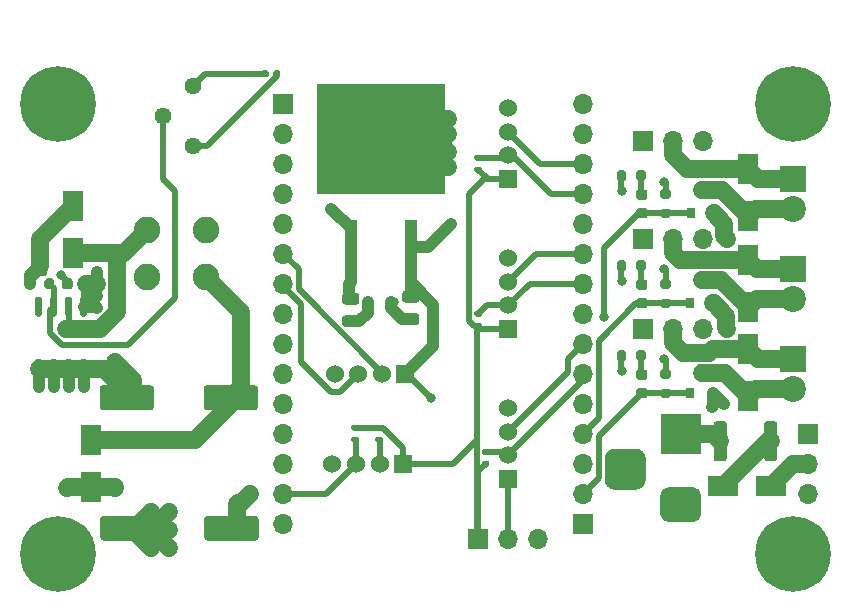
<source format=gbr>
%TF.GenerationSoftware,KiCad,Pcbnew,5.1.10-88a1d61d58~88~ubuntu20.04.1*%
%TF.CreationDate,2021-05-09T16:45:47+02:00*%
%TF.ProjectId,Control_board,436f6e74-726f-46c5-9f62-6f6172642e6b,rev?*%
%TF.SameCoordinates,Original*%
%TF.FileFunction,Copper,L1,Top*%
%TF.FilePolarity,Positive*%
%FSLAX46Y46*%
G04 Gerber Fmt 4.6, Leading zero omitted, Abs format (unit mm)*
G04 Created by KiCad (PCBNEW 5.1.10-88a1d61d58~88~ubuntu20.04.1) date 2021-05-09 16:45:47*
%MOMM*%
%LPD*%
G01*
G04 APERTURE LIST*
%TA.AperFunction,ComponentPad*%
%ADD10C,1.524000*%
%TD*%
%TA.AperFunction,ComponentPad*%
%ADD11R,1.524000X1.524000*%
%TD*%
%TA.AperFunction,ComponentPad*%
%ADD12C,1.440000*%
%TD*%
%TA.AperFunction,SMDPad,CuDef*%
%ADD13R,1.800000X2.500000*%
%TD*%
%TA.AperFunction,SMDPad,CuDef*%
%ADD14R,2.500000X1.800000*%
%TD*%
%TA.AperFunction,ComponentPad*%
%ADD15C,6.400000*%
%TD*%
%TA.AperFunction,ComponentPad*%
%ADD16C,0.800000*%
%TD*%
%TA.AperFunction,ComponentPad*%
%ADD17R,3.500000X3.500000*%
%TD*%
%TA.AperFunction,ComponentPad*%
%ADD18R,2.200000X2.200000*%
%TD*%
%TA.AperFunction,ComponentPad*%
%ADD19C,2.200000*%
%TD*%
%TA.AperFunction,ComponentPad*%
%ADD20O,1.700000X1.700000*%
%TD*%
%TA.AperFunction,ComponentPad*%
%ADD21R,1.700000X1.700000*%
%TD*%
%TA.AperFunction,SMDPad,CuDef*%
%ADD22R,0.800000X0.900000*%
%TD*%
%TA.AperFunction,SMDPad,CuDef*%
%ADD23R,1.100000X4.600000*%
%TD*%
%TA.AperFunction,SMDPad,CuDef*%
%ADD24R,10.800000X9.400000*%
%TD*%
%TA.AperFunction,ComponentPad*%
%ADD25C,2.250000*%
%TD*%
%TA.AperFunction,ViaPad*%
%ADD26C,0.800000*%
%TD*%
%TA.AperFunction,Conductor*%
%ADD27C,1.500000*%
%TD*%
%TA.AperFunction,Conductor*%
%ADD28C,1.000000*%
%TD*%
%TA.AperFunction,Conductor*%
%ADD29C,0.500000*%
%TD*%
%TA.AperFunction,Conductor*%
%ADD30C,0.250000*%
%TD*%
G04 APERTURE END LIST*
D10*
%TO.P,J1,4*%
%TO.N,GND*%
X169450000Y-76200000D03*
%TO.P,J1,3*%
%TO.N,CONN1_B*%
X171450000Y-76200000D03*
%TO.P,J1,2*%
%TO.N,CONN1_A*%
X173450000Y-76200000D03*
D11*
%TO.P,J1,1*%
%TO.N,+5V*%
X175450000Y-76200000D03*
%TD*%
D12*
%TO.P,RV1,3*%
%TO.N,GND*%
X157480000Y-56896000D03*
%TO.P,RV1,2*%
%TO.N,BUCK_FB*%
X154940000Y-54356000D03*
%TO.P,RV1,1*%
%TO.N,+12V*%
X157480000Y-51816000D03*
%TD*%
%TO.P,R3,1*%
%TO.N,GPIO34*%
%TA.AperFunction,SMDPad,CuDef*%
G36*
G01*
X197760000Y-70631000D02*
X197210000Y-70631000D01*
G75*
G02*
X197010000Y-70431000I0J200000D01*
G01*
X197010000Y-70031000D01*
G75*
G02*
X197210000Y-69831000I200000J0D01*
G01*
X197760000Y-69831000D01*
G75*
G02*
X197960000Y-70031000I0J-200000D01*
G01*
X197960000Y-70431000D01*
G75*
G02*
X197760000Y-70631000I-200000J0D01*
G01*
G37*
%TD.AperFunction*%
%TO.P,R3,2*%
%TO.N,GND*%
%TA.AperFunction,SMDPad,CuDef*%
G36*
G01*
X197760000Y-68981000D02*
X197210000Y-68981000D01*
G75*
G02*
X197010000Y-68781000I0J200000D01*
G01*
X197010000Y-68381000D01*
G75*
G02*
X197210000Y-68181000I200000J0D01*
G01*
X197760000Y-68181000D01*
G75*
G02*
X197960000Y-68381000I0J-200000D01*
G01*
X197960000Y-68781000D01*
G75*
G02*
X197760000Y-68981000I-200000J0D01*
G01*
G37*
%TD.AperFunction*%
%TD*%
%TO.P,C1,2*%
%TO.N,GND*%
%TA.AperFunction,SMDPad,CuDef*%
G36*
G01*
X158418500Y-90081001D02*
X158418500Y-88480999D01*
G75*
G02*
X158668499Y-88231000I249999J0D01*
G01*
X162768501Y-88231000D01*
G75*
G02*
X163018500Y-88480999I0J-249999D01*
G01*
X163018500Y-90081001D01*
G75*
G02*
X162768501Y-90331000I-249999J0D01*
G01*
X158668499Y-90331000D01*
G75*
G02*
X158418500Y-90081001I0J249999D01*
G01*
G37*
%TD.AperFunction*%
%TO.P,C1,1*%
%TO.N,+24V*%
%TA.AperFunction,SMDPad,CuDef*%
G36*
G01*
X149618500Y-90081001D02*
X149618500Y-88480999D01*
G75*
G02*
X149868499Y-88231000I249999J0D01*
G01*
X153968501Y-88231000D01*
G75*
G02*
X154218500Y-88480999I0J-249999D01*
G01*
X154218500Y-90081001D01*
G75*
G02*
X153968501Y-90331000I-249999J0D01*
G01*
X149868499Y-90331000D01*
G75*
G02*
X149618500Y-90081001I0J249999D01*
G01*
G37*
%TD.AperFunction*%
%TD*%
%TO.P,C2,1*%
%TO.N,+24V*%
%TA.AperFunction,SMDPad,CuDef*%
G36*
G01*
X148812000Y-68330000D02*
X148812000Y-68830000D01*
G75*
G02*
X148587000Y-69055000I-225000J0D01*
G01*
X148137000Y-69055000D01*
G75*
G02*
X147912000Y-68830000I0J225000D01*
G01*
X147912000Y-68330000D01*
G75*
G02*
X148137000Y-68105000I225000J0D01*
G01*
X148587000Y-68105000D01*
G75*
G02*
X148812000Y-68330000I0J-225000D01*
G01*
G37*
%TD.AperFunction*%
%TO.P,C2,2*%
%TO.N,GND*%
%TA.AperFunction,SMDPad,CuDef*%
G36*
G01*
X147262000Y-68330000D02*
X147262000Y-68830000D01*
G75*
G02*
X147037000Y-69055000I-225000J0D01*
G01*
X146587000Y-69055000D01*
G75*
G02*
X146362000Y-68830000I0J225000D01*
G01*
X146362000Y-68330000D01*
G75*
G02*
X146587000Y-68105000I225000J0D01*
G01*
X147037000Y-68105000D01*
G75*
G02*
X147262000Y-68330000I0J-225000D01*
G01*
G37*
%TD.AperFunction*%
%TD*%
%TO.P,C3,1*%
%TO.N,Net-(C3-Pad1)*%
%TA.AperFunction,SMDPad,CuDef*%
G36*
G01*
X162955000Y-77431999D02*
X162955000Y-79032001D01*
G75*
G02*
X162705001Y-79282000I-249999J0D01*
G01*
X158604999Y-79282000D01*
G75*
G02*
X158355000Y-79032001I0J249999D01*
G01*
X158355000Y-77431999D01*
G75*
G02*
X158604999Y-77182000I249999J0D01*
G01*
X162705001Y-77182000D01*
G75*
G02*
X162955000Y-77431999I0J-249999D01*
G01*
G37*
%TD.AperFunction*%
%TO.P,C3,2*%
%TO.N,GND*%
%TA.AperFunction,SMDPad,CuDef*%
G36*
G01*
X154155000Y-77431999D02*
X154155000Y-79032001D01*
G75*
G02*
X153905001Y-79282000I-249999J0D01*
G01*
X149804999Y-79282000D01*
G75*
G02*
X149555000Y-79032001I0J249999D01*
G01*
X149555000Y-77431999D01*
G75*
G02*
X149804999Y-77182000I249999J0D01*
G01*
X153905001Y-77182000D01*
G75*
G02*
X154155000Y-77431999I0J-249999D01*
G01*
G37*
%TD.AperFunction*%
%TD*%
%TO.P,C4,1*%
%TO.N,+12V*%
%TA.AperFunction,SMDPad,CuDef*%
G36*
G01*
X170340000Y-69350000D02*
X171290000Y-69350000D01*
G75*
G02*
X171540000Y-69600000I0J-250000D01*
G01*
X171540000Y-70100000D01*
G75*
G02*
X171290000Y-70350000I-250000J0D01*
G01*
X170340000Y-70350000D01*
G75*
G02*
X170090000Y-70100000I0J250000D01*
G01*
X170090000Y-69600000D01*
G75*
G02*
X170340000Y-69350000I250000J0D01*
G01*
G37*
%TD.AperFunction*%
%TO.P,C4,2*%
%TO.N,GND*%
%TA.AperFunction,SMDPad,CuDef*%
G36*
G01*
X170340000Y-71250000D02*
X171290000Y-71250000D01*
G75*
G02*
X171540000Y-71500000I0J-250000D01*
G01*
X171540000Y-72000000D01*
G75*
G02*
X171290000Y-72250000I-250000J0D01*
G01*
X170340000Y-72250000D01*
G75*
G02*
X170090000Y-72000000I0J250000D01*
G01*
X170090000Y-71500000D01*
G75*
G02*
X170340000Y-71250000I250000J0D01*
G01*
G37*
%TD.AperFunction*%
%TD*%
D13*
%TO.P,D1,2*%
%TO.N,GND*%
X147320000Y-61976000D03*
%TO.P,D1,1*%
%TO.N,BUCK_OUT*%
X147320000Y-65976000D03*
%TD*%
%TO.P,D2,2*%
%TO.N,Net-(C3-Pad1)*%
X148844000Y-81820000D03*
%TO.P,D2,1*%
%TO.N,+12V*%
X148844000Y-85820000D03*
%TD*%
%TO.P,D3,2*%
%TO.N,GPIO34*%
%TA.AperFunction,SMDPad,CuDef*%
G36*
G01*
X195196750Y-69793500D02*
X195709250Y-69793500D01*
G75*
G02*
X195928000Y-70012250I0J-218750D01*
G01*
X195928000Y-70449750D01*
G75*
G02*
X195709250Y-70668500I-218750J0D01*
G01*
X195196750Y-70668500D01*
G75*
G02*
X194978000Y-70449750I0J218750D01*
G01*
X194978000Y-70012250D01*
G75*
G02*
X195196750Y-69793500I218750J0D01*
G01*
G37*
%TD.AperFunction*%
%TO.P,D3,1*%
%TO.N,Net-(D3-Pad1)*%
%TA.AperFunction,SMDPad,CuDef*%
G36*
G01*
X195196750Y-68218500D02*
X195709250Y-68218500D01*
G75*
G02*
X195928000Y-68437250I0J-218750D01*
G01*
X195928000Y-68874750D01*
G75*
G02*
X195709250Y-69093500I-218750J0D01*
G01*
X195196750Y-69093500D01*
G75*
G02*
X194978000Y-68874750I0J218750D01*
G01*
X194978000Y-68437250D01*
G75*
G02*
X195196750Y-68218500I218750J0D01*
G01*
G37*
%TD.AperFunction*%
%TD*%
%TO.P,D4,2*%
%TO.N,LOAD2_NEG*%
X204470000Y-70580000D03*
%TO.P,D4,1*%
%TO.N,LOAD2_POS*%
X204470000Y-66580000D03*
%TD*%
%TO.P,D5,1*%
%TO.N,Net-(D5-Pad1)*%
%TA.AperFunction,SMDPad,CuDef*%
G36*
G01*
X195196750Y-60598500D02*
X195709250Y-60598500D01*
G75*
G02*
X195928000Y-60817250I0J-218750D01*
G01*
X195928000Y-61254750D01*
G75*
G02*
X195709250Y-61473500I-218750J0D01*
G01*
X195196750Y-61473500D01*
G75*
G02*
X194978000Y-61254750I0J218750D01*
G01*
X194978000Y-60817250D01*
G75*
G02*
X195196750Y-60598500I218750J0D01*
G01*
G37*
%TD.AperFunction*%
%TO.P,D5,2*%
%TO.N,GPIO35*%
%TA.AperFunction,SMDPad,CuDef*%
G36*
G01*
X195196750Y-62173500D02*
X195709250Y-62173500D01*
G75*
G02*
X195928000Y-62392250I0J-218750D01*
G01*
X195928000Y-62829750D01*
G75*
G02*
X195709250Y-63048500I-218750J0D01*
G01*
X195196750Y-63048500D01*
G75*
G02*
X194978000Y-62829750I0J218750D01*
G01*
X194978000Y-62392250D01*
G75*
G02*
X195196750Y-62173500I218750J0D01*
G01*
G37*
%TD.AperFunction*%
%TD*%
%TO.P,D6,1*%
%TO.N,LOAD1_POS*%
X204470000Y-58865000D03*
%TO.P,D6,2*%
%TO.N,LOAD1_NEG*%
X204470000Y-62865000D03*
%TD*%
%TO.P,D7,1*%
%TO.N,Net-(D7-Pad1)*%
%TA.AperFunction,SMDPad,CuDef*%
G36*
G01*
X195196750Y-75838500D02*
X195709250Y-75838500D01*
G75*
G02*
X195928000Y-76057250I0J-218750D01*
G01*
X195928000Y-76494750D01*
G75*
G02*
X195709250Y-76713500I-218750J0D01*
G01*
X195196750Y-76713500D01*
G75*
G02*
X194978000Y-76494750I0J218750D01*
G01*
X194978000Y-76057250D01*
G75*
G02*
X195196750Y-75838500I218750J0D01*
G01*
G37*
%TD.AperFunction*%
%TO.P,D7,2*%
%TO.N,GPIO36*%
%TA.AperFunction,SMDPad,CuDef*%
G36*
G01*
X195196750Y-77413500D02*
X195709250Y-77413500D01*
G75*
G02*
X195928000Y-77632250I0J-218750D01*
G01*
X195928000Y-78069750D01*
G75*
G02*
X195709250Y-78288500I-218750J0D01*
G01*
X195196750Y-78288500D01*
G75*
G02*
X194978000Y-78069750I0J218750D01*
G01*
X194978000Y-77632250D01*
G75*
G02*
X195196750Y-77413500I218750J0D01*
G01*
G37*
%TD.AperFunction*%
%TD*%
%TO.P,D8,1*%
%TO.N,LOAD3_POS*%
X204470000Y-74105000D03*
%TO.P,D8,2*%
%TO.N,LOAD3_NEG*%
X204470000Y-78105000D03*
%TD*%
D14*
%TO.P,D9,1*%
%TO.N,Net-(D9-Pad1)*%
X206375000Y-85725000D03*
%TO.P,D9,2*%
%TO.N,Net-(D9-Pad2)*%
X202375000Y-85725000D03*
%TD*%
%TO.P,F1,1*%
%TO.N,Net-(D9-Pad2)*%
%TA.AperFunction,SMDPad,CuDef*%
G36*
G01*
X206937500Y-80464998D02*
X206937500Y-83365002D01*
G75*
G02*
X206687502Y-83615000I-249998J0D01*
G01*
X206062498Y-83615000D01*
G75*
G02*
X205812500Y-83365002I0J249998D01*
G01*
X205812500Y-80464998D01*
G75*
G02*
X206062498Y-80215000I249998J0D01*
G01*
X206687502Y-80215000D01*
G75*
G02*
X206937500Y-80464998I0J-249998D01*
G01*
G37*
%TD.AperFunction*%
%TO.P,F1,2*%
%TO.N,Net-(F1-Pad2)*%
%TA.AperFunction,SMDPad,CuDef*%
G36*
G01*
X202662500Y-80464998D02*
X202662500Y-83365002D01*
G75*
G02*
X202412502Y-83615000I-249998J0D01*
G01*
X201787498Y-83615000D01*
G75*
G02*
X201537500Y-83365002I0J249998D01*
G01*
X201537500Y-80464998D01*
G75*
G02*
X201787498Y-80215000I249998J0D01*
G01*
X202412502Y-80215000D01*
G75*
G02*
X202662500Y-80464998I0J-249998D01*
G01*
G37*
%TD.AperFunction*%
%TD*%
D15*
%TO.P,H1,1*%
%TO.N,GND*%
X208280000Y-91440000D03*
D16*
X210680000Y-91440000D03*
X209977056Y-93137056D03*
X208280000Y-93840000D03*
X206582944Y-93137056D03*
X205880000Y-91440000D03*
X206582944Y-89742944D03*
X208280000Y-89040000D03*
X209977056Y-89742944D03*
%TD*%
%TO.P,H2,1*%
%TO.N,GND*%
X209977056Y-51642944D03*
X208280000Y-50940000D03*
X206582944Y-51642944D03*
X205880000Y-53340000D03*
X206582944Y-55037056D03*
X208280000Y-55740000D03*
X209977056Y-55037056D03*
X210680000Y-53340000D03*
D15*
X208280000Y-53340000D03*
%TD*%
%TO.P,H3,1*%
%TO.N,GND*%
X146050000Y-53340000D03*
D16*
X148450000Y-53340000D03*
X147747056Y-55037056D03*
X146050000Y-55740000D03*
X144352944Y-55037056D03*
X143650000Y-53340000D03*
X144352944Y-51642944D03*
X146050000Y-50940000D03*
X147747056Y-51642944D03*
%TD*%
%TO.P,H4,1*%
%TO.N,GND*%
X147747056Y-89742944D03*
X146050000Y-89040000D03*
X144352944Y-89742944D03*
X143650000Y-91440000D03*
X144352944Y-93137056D03*
X146050000Y-93840000D03*
X147747056Y-93137056D03*
X148450000Y-91440000D03*
D15*
X146050000Y-91440000D03*
%TD*%
D11*
%TO.P,J2,1*%
%TO.N,+3V3*%
X184150000Y-59690000D03*
D10*
%TO.P,J2,2*%
%TO.N,CONN2_A*%
X184150000Y-57690000D03*
%TO.P,J2,3*%
%TO.N,CONN2_B*%
X184150000Y-55690000D03*
%TO.P,J2,4*%
%TO.N,GND*%
X184150000Y-53690000D03*
%TD*%
D11*
%TO.P,J3,1*%
%TO.N,+3V3*%
X184150000Y-72390000D03*
D10*
%TO.P,J3,2*%
%TO.N,CONN3_A*%
X184150000Y-70390000D03*
%TO.P,J3,3*%
%TO.N,CONN3_B*%
X184150000Y-68390000D03*
%TO.P,J3,4*%
%TO.N,GND*%
X184150000Y-66390000D03*
%TD*%
%TO.P,J4,4*%
%TO.N,GND*%
X184150000Y-79090000D03*
%TO.P,J4,3*%
%TO.N,CONN4_B*%
X184150000Y-81090000D03*
%TO.P,J4,2*%
%TO.N,CONN4_A*%
X184150000Y-83090000D03*
D11*
%TO.P,J4,1*%
%TO.N,Net-(J4-Pad1)*%
X184150000Y-85090000D03*
%TD*%
%TO.P,J5,1*%
%TO.N,+3V3*%
X175260000Y-83820000D03*
D10*
%TO.P,J5,2*%
%TO.N,GPIO21*%
X173260000Y-83820000D03*
%TO.P,J5,3*%
%TO.N,GPIO22*%
X171260000Y-83820000D03*
%TO.P,J5,4*%
%TO.N,GND*%
X169260000Y-83820000D03*
%TD*%
D17*
%TO.P,J6,1*%
%TO.N,Net-(F1-Pad2)*%
X198755000Y-81280000D03*
%TO.P,J6,2*%
%TO.N,GND*%
%TA.AperFunction,ComponentPad*%
G36*
G01*
X199755000Y-88780000D02*
X197755000Y-88780000D01*
G75*
G02*
X197005000Y-88030000I0J750000D01*
G01*
X197005000Y-86530000D01*
G75*
G02*
X197755000Y-85780000I750000J0D01*
G01*
X199755000Y-85780000D01*
G75*
G02*
X200505000Y-86530000I0J-750000D01*
G01*
X200505000Y-88030000D01*
G75*
G02*
X199755000Y-88780000I-750000J0D01*
G01*
G37*
%TD.AperFunction*%
%TO.P,J6,3*%
%TO.N,N/C*%
%TA.AperFunction,ComponentPad*%
G36*
G01*
X194930000Y-86030000D02*
X193180000Y-86030000D01*
G75*
G02*
X192305000Y-85155000I0J875000D01*
G01*
X192305000Y-83405000D01*
G75*
G02*
X193180000Y-82530000I875000J0D01*
G01*
X194930000Y-82530000D01*
G75*
G02*
X195805000Y-83405000I0J-875000D01*
G01*
X195805000Y-85155000D01*
G75*
G02*
X194930000Y-86030000I-875000J0D01*
G01*
G37*
%TD.AperFunction*%
%TD*%
D18*
%TO.P,J7,1*%
%TO.N,LOAD2_POS*%
X208280000Y-67310000D03*
D19*
%TO.P,J7,2*%
%TO.N,LOAD2_NEG*%
X208280000Y-69850000D03*
%TD*%
%TO.P,J8,2*%
%TO.N,LOAD1_NEG*%
X208280000Y-62230000D03*
D18*
%TO.P,J8,1*%
%TO.N,LOAD1_POS*%
X208280000Y-59690000D03*
%TD*%
%TO.P,J9,1*%
%TO.N,LOAD3_POS*%
X208280000Y-74930000D03*
D19*
%TO.P,J9,2*%
%TO.N,LOAD3_NEG*%
X208280000Y-77470000D03*
%TD*%
D20*
%TO.P,J10,15*%
%TO.N,+5V*%
X190500000Y-53340000D03*
%TO.P,J10,14*%
%TO.N,GND*%
X190500000Y-55880000D03*
%TO.P,J10,13*%
%TO.N,CONN2_B*%
X190500000Y-58420000D03*
%TO.P,J10,12*%
%TO.N,CONN2_A*%
X190500000Y-60960000D03*
%TO.P,J10,11*%
%TO.N,GPIO14*%
X190500000Y-63500000D03*
%TO.P,J10,10*%
%TO.N,CONN3_B*%
X190500000Y-66040000D03*
%TO.P,J10,9*%
%TO.N,CONN3_A*%
X190500000Y-68580000D03*
%TO.P,J10,8*%
%TO.N,GPIO25*%
X190500000Y-71120000D03*
%TO.P,J10,7*%
%TO.N,CONN4_B*%
X190500000Y-73660000D03*
%TO.P,J10,6*%
%TO.N,CONN4_A*%
X190500000Y-76200000D03*
%TO.P,J10,5*%
%TO.N,GPIO35*%
X190500000Y-78740000D03*
%TO.P,J10,4*%
%TO.N,GPIO34*%
X190500000Y-81280000D03*
%TO.P,J10,3*%
%TO.N,GPIO39*%
X190500000Y-83820000D03*
%TO.P,J10,2*%
%TO.N,GPIO36*%
X190500000Y-86360000D03*
D21*
%TO.P,J10,1*%
%TO.N,EN*%
X190500000Y-88900000D03*
%TD*%
%TO.P,J11,1*%
%TO.N,+3V3*%
X165100000Y-53340000D03*
D20*
%TO.P,J11,2*%
%TO.N,GND*%
X165100000Y-55880000D03*
%TO.P,J11,3*%
%TO.N,GPIO15*%
X165100000Y-58420000D03*
%TO.P,J11,4*%
%TO.N,GPIO2*%
X165100000Y-60960000D03*
%TO.P,J11,5*%
%TO.N,GPIO4*%
X165100000Y-63500000D03*
%TO.P,J11,6*%
%TO.N,CONN1_A*%
X165100000Y-66040000D03*
%TO.P,J11,7*%
%TO.N,CONN1_B*%
X165100000Y-68580000D03*
%TO.P,J11,8*%
%TO.N,GPIO5*%
X165100000Y-71120000D03*
%TO.P,J11,9*%
%TO.N,GPIO18*%
X165100000Y-73660000D03*
%TO.P,J11,10*%
%TO.N,GPIO19*%
X165100000Y-76200000D03*
%TO.P,J11,11*%
%TO.N,GPIO21*%
X165100000Y-78740000D03*
%TO.P,J11,12*%
%TO.N,GPIO3*%
X165100000Y-81280000D03*
%TO.P,J11,13*%
%TO.N,GPIO1*%
X165100000Y-83820000D03*
%TO.P,J11,14*%
%TO.N,GPIO22*%
X165100000Y-86360000D03*
%TO.P,J11,15*%
%TO.N,GPIO23*%
X165100000Y-88900000D03*
%TD*%
D21*
%TO.P,JP1,1*%
%TO.N,+24V*%
X195580000Y-64770000D03*
D20*
%TO.P,JP1,2*%
%TO.N,LOAD2_POS*%
X198120000Y-64770000D03*
%TO.P,JP1,3*%
%TO.N,+12V*%
X200660000Y-64770000D03*
%TD*%
%TO.P,JP2,3*%
%TO.N,+12V*%
X200660000Y-56515000D03*
%TO.P,JP2,2*%
%TO.N,LOAD1_POS*%
X198120000Y-56515000D03*
D21*
%TO.P,JP2,1*%
%TO.N,+24V*%
X195580000Y-56515000D03*
%TD*%
%TO.P,JP3,1*%
%TO.N,+24V*%
X195580000Y-72390000D03*
D20*
%TO.P,JP3,2*%
%TO.N,LOAD3_POS*%
X198120000Y-72390000D03*
%TO.P,JP3,3*%
%TO.N,+12V*%
X200660000Y-72390000D03*
%TD*%
D21*
%TO.P,JP4,1*%
%TO.N,+3V3*%
X181610000Y-90170000D03*
D20*
%TO.P,JP4,2*%
%TO.N,Net-(J4-Pad1)*%
X184150000Y-90170000D03*
%TO.P,JP4,3*%
%TO.N,+5V*%
X186690000Y-90170000D03*
%TD*%
%TO.P,JP5,3*%
%TO.N,+12V*%
X209550000Y-86360000D03*
%TO.P,JP5,2*%
%TO.N,Net-(D9-Pad1)*%
X209550000Y-83820000D03*
D21*
%TO.P,JP5,1*%
%TO.N,+24V*%
X209550000Y-81280000D03*
%TD*%
D22*
%TO.P,Q1,3*%
%TO.N,LOAD2_NEG*%
X200533000Y-68215000D03*
%TO.P,Q1,2*%
%TO.N,GND*%
X201483000Y-70215000D03*
%TO.P,Q1,1*%
%TO.N,GPIO34*%
X199583000Y-70215000D03*
%TD*%
%TO.P,Q2,1*%
%TO.N,GPIO35*%
X199649000Y-62611000D03*
%TO.P,Q2,2*%
%TO.N,GND*%
X201549000Y-62611000D03*
%TO.P,Q2,3*%
%TO.N,LOAD1_NEG*%
X200599000Y-60611000D03*
%TD*%
%TO.P,Q3,1*%
%TO.N,GPIO36*%
X199583000Y-77819000D03*
%TO.P,Q3,2*%
%TO.N,GND*%
X201483000Y-77819000D03*
%TO.P,Q3,3*%
%TO.N,LOAD3_NEG*%
X200533000Y-75819000D03*
%TD*%
%TO.P,R1,1*%
%TO.N,BUCK_FB*%
%TA.AperFunction,SMDPad,CuDef*%
G36*
G01*
X145688000Y-68305000D02*
X145688000Y-68855000D01*
G75*
G02*
X145488000Y-69055000I-200000J0D01*
G01*
X145088000Y-69055000D01*
G75*
G02*
X144888000Y-68855000I0J200000D01*
G01*
X144888000Y-68305000D01*
G75*
G02*
X145088000Y-68105000I200000J0D01*
G01*
X145488000Y-68105000D01*
G75*
G02*
X145688000Y-68305000I0J-200000D01*
G01*
G37*
%TD.AperFunction*%
%TO.P,R1,2*%
%TO.N,GND*%
%TA.AperFunction,SMDPad,CuDef*%
G36*
G01*
X144038000Y-68305000D02*
X144038000Y-68855000D01*
G75*
G02*
X143838000Y-69055000I-200000J0D01*
G01*
X143438000Y-69055000D01*
G75*
G02*
X143238000Y-68855000I0J200000D01*
G01*
X143238000Y-68305000D01*
G75*
G02*
X143438000Y-68105000I200000J0D01*
G01*
X143838000Y-68105000D01*
G75*
G02*
X144038000Y-68305000I0J-200000D01*
G01*
G37*
%TD.AperFunction*%
%TD*%
%TO.P,R2,1*%
%TO.N,Net-(D3-Pad1)*%
%TA.AperFunction,SMDPad,CuDef*%
G36*
G01*
X195789000Y-66781000D02*
X195789000Y-67331000D01*
G75*
G02*
X195589000Y-67531000I-200000J0D01*
G01*
X195189000Y-67531000D01*
G75*
G02*
X194989000Y-67331000I0J200000D01*
G01*
X194989000Y-66781000D01*
G75*
G02*
X195189000Y-66581000I200000J0D01*
G01*
X195589000Y-66581000D01*
G75*
G02*
X195789000Y-66781000I0J-200000D01*
G01*
G37*
%TD.AperFunction*%
%TO.P,R2,2*%
%TO.N,GND*%
%TA.AperFunction,SMDPad,CuDef*%
G36*
G01*
X194139000Y-66781000D02*
X194139000Y-67331000D01*
G75*
G02*
X193939000Y-67531000I-200000J0D01*
G01*
X193539000Y-67531000D01*
G75*
G02*
X193339000Y-67331000I0J200000D01*
G01*
X193339000Y-66781000D01*
G75*
G02*
X193539000Y-66581000I200000J0D01*
G01*
X193939000Y-66581000D01*
G75*
G02*
X194139000Y-66781000I0J-200000D01*
G01*
G37*
%TD.AperFunction*%
%TD*%
%TO.P,R4,2*%
%TO.N,GND*%
%TA.AperFunction,SMDPad,CuDef*%
G36*
G01*
X194139000Y-59161000D02*
X194139000Y-59711000D01*
G75*
G02*
X193939000Y-59911000I-200000J0D01*
G01*
X193539000Y-59911000D01*
G75*
G02*
X193339000Y-59711000I0J200000D01*
G01*
X193339000Y-59161000D01*
G75*
G02*
X193539000Y-58961000I200000J0D01*
G01*
X193939000Y-58961000D01*
G75*
G02*
X194139000Y-59161000I0J-200000D01*
G01*
G37*
%TD.AperFunction*%
%TO.P,R4,1*%
%TO.N,Net-(D5-Pad1)*%
%TA.AperFunction,SMDPad,CuDef*%
G36*
G01*
X195789000Y-59161000D02*
X195789000Y-59711000D01*
G75*
G02*
X195589000Y-59911000I-200000J0D01*
G01*
X195189000Y-59911000D01*
G75*
G02*
X194989000Y-59711000I0J200000D01*
G01*
X194989000Y-59161000D01*
G75*
G02*
X195189000Y-58961000I200000J0D01*
G01*
X195589000Y-58961000D01*
G75*
G02*
X195789000Y-59161000I0J-200000D01*
G01*
G37*
%TD.AperFunction*%
%TD*%
%TO.P,R5,1*%
%TO.N,GPIO35*%
%TA.AperFunction,SMDPad,CuDef*%
G36*
G01*
X197760000Y-63011000D02*
X197210000Y-63011000D01*
G75*
G02*
X197010000Y-62811000I0J200000D01*
G01*
X197010000Y-62411000D01*
G75*
G02*
X197210000Y-62211000I200000J0D01*
G01*
X197760000Y-62211000D01*
G75*
G02*
X197960000Y-62411000I0J-200000D01*
G01*
X197960000Y-62811000D01*
G75*
G02*
X197760000Y-63011000I-200000J0D01*
G01*
G37*
%TD.AperFunction*%
%TO.P,R5,2*%
%TO.N,GND*%
%TA.AperFunction,SMDPad,CuDef*%
G36*
G01*
X197760000Y-61361000D02*
X197210000Y-61361000D01*
G75*
G02*
X197010000Y-61161000I0J200000D01*
G01*
X197010000Y-60761000D01*
G75*
G02*
X197210000Y-60561000I200000J0D01*
G01*
X197760000Y-60561000D01*
G75*
G02*
X197960000Y-60761000I0J-200000D01*
G01*
X197960000Y-61161000D01*
G75*
G02*
X197760000Y-61361000I-200000J0D01*
G01*
G37*
%TD.AperFunction*%
%TD*%
%TO.P,R6,2*%
%TO.N,GND*%
%TA.AperFunction,SMDPad,CuDef*%
G36*
G01*
X194139000Y-74401000D02*
X194139000Y-74951000D01*
G75*
G02*
X193939000Y-75151000I-200000J0D01*
G01*
X193539000Y-75151000D01*
G75*
G02*
X193339000Y-74951000I0J200000D01*
G01*
X193339000Y-74401000D01*
G75*
G02*
X193539000Y-74201000I200000J0D01*
G01*
X193939000Y-74201000D01*
G75*
G02*
X194139000Y-74401000I0J-200000D01*
G01*
G37*
%TD.AperFunction*%
%TO.P,R6,1*%
%TO.N,Net-(D7-Pad1)*%
%TA.AperFunction,SMDPad,CuDef*%
G36*
G01*
X195789000Y-74401000D02*
X195789000Y-74951000D01*
G75*
G02*
X195589000Y-75151000I-200000J0D01*
G01*
X195189000Y-75151000D01*
G75*
G02*
X194989000Y-74951000I0J200000D01*
G01*
X194989000Y-74401000D01*
G75*
G02*
X195189000Y-74201000I200000J0D01*
G01*
X195589000Y-74201000D01*
G75*
G02*
X195789000Y-74401000I0J-200000D01*
G01*
G37*
%TD.AperFunction*%
%TD*%
%TO.P,R7,2*%
%TO.N,GND*%
%TA.AperFunction,SMDPad,CuDef*%
G36*
G01*
X197760000Y-76601000D02*
X197210000Y-76601000D01*
G75*
G02*
X197010000Y-76401000I0J200000D01*
G01*
X197010000Y-76001000D01*
G75*
G02*
X197210000Y-75801000I200000J0D01*
G01*
X197760000Y-75801000D01*
G75*
G02*
X197960000Y-76001000I0J-200000D01*
G01*
X197960000Y-76401000D01*
G75*
G02*
X197760000Y-76601000I-200000J0D01*
G01*
G37*
%TD.AperFunction*%
%TO.P,R7,1*%
%TO.N,GPIO36*%
%TA.AperFunction,SMDPad,CuDef*%
G36*
G01*
X197760000Y-78251000D02*
X197210000Y-78251000D01*
G75*
G02*
X197010000Y-78051000I0J200000D01*
G01*
X197010000Y-77651000D01*
G75*
G02*
X197210000Y-77451000I200000J0D01*
G01*
X197760000Y-77451000D01*
G75*
G02*
X197960000Y-77651000I0J-200000D01*
G01*
X197960000Y-78051000D01*
G75*
G02*
X197760000Y-78251000I-200000J0D01*
G01*
G37*
%TD.AperFunction*%
%TD*%
%TO.P,R8,1*%
%TO.N,+3V3*%
%TA.AperFunction,SMDPad,CuDef*%
G36*
G01*
X181795000Y-59200000D02*
X181425000Y-59200000D01*
G75*
G02*
X181290000Y-59065000I0J135000D01*
G01*
X181290000Y-58795000D01*
G75*
G02*
X181425000Y-58660000I135000J0D01*
G01*
X181795000Y-58660000D01*
G75*
G02*
X181930000Y-58795000I0J-135000D01*
G01*
X181930000Y-59065000D01*
G75*
G02*
X181795000Y-59200000I-135000J0D01*
G01*
G37*
%TD.AperFunction*%
%TO.P,R8,2*%
%TO.N,CONN2_A*%
%TA.AperFunction,SMDPad,CuDef*%
G36*
G01*
X181795000Y-58180000D02*
X181425000Y-58180000D01*
G75*
G02*
X181290000Y-58045000I0J135000D01*
G01*
X181290000Y-57775000D01*
G75*
G02*
X181425000Y-57640000I135000J0D01*
G01*
X181795000Y-57640000D01*
G75*
G02*
X181930000Y-57775000I0J-135000D01*
G01*
X181930000Y-58045000D01*
G75*
G02*
X181795000Y-58180000I-135000J0D01*
G01*
G37*
%TD.AperFunction*%
%TD*%
%TO.P,R9,1*%
%TO.N,+3V3*%
%TA.AperFunction,SMDPad,CuDef*%
G36*
G01*
X181795000Y-72410000D02*
X181425000Y-72410000D01*
G75*
G02*
X181290000Y-72275000I0J135000D01*
G01*
X181290000Y-72005000D01*
G75*
G02*
X181425000Y-71870000I135000J0D01*
G01*
X181795000Y-71870000D01*
G75*
G02*
X181930000Y-72005000I0J-135000D01*
G01*
X181930000Y-72275000D01*
G75*
G02*
X181795000Y-72410000I-135000J0D01*
G01*
G37*
%TD.AperFunction*%
%TO.P,R9,2*%
%TO.N,CONN3_A*%
%TA.AperFunction,SMDPad,CuDef*%
G36*
G01*
X181795000Y-71390000D02*
X181425000Y-71390000D01*
G75*
G02*
X181290000Y-71255000I0J135000D01*
G01*
X181290000Y-70985000D01*
G75*
G02*
X181425000Y-70850000I135000J0D01*
G01*
X181795000Y-70850000D01*
G75*
G02*
X181930000Y-70985000I0J-135000D01*
G01*
X181930000Y-71255000D01*
G75*
G02*
X181795000Y-71390000I-135000J0D01*
G01*
G37*
%TD.AperFunction*%
%TD*%
%TO.P,R10,1*%
%TO.N,+3V3*%
%TA.AperFunction,SMDPad,CuDef*%
G36*
G01*
X182430000Y-84090000D02*
X182060000Y-84090000D01*
G75*
G02*
X181925000Y-83955000I0J135000D01*
G01*
X181925000Y-83685000D01*
G75*
G02*
X182060000Y-83550000I135000J0D01*
G01*
X182430000Y-83550000D01*
G75*
G02*
X182565000Y-83685000I0J-135000D01*
G01*
X182565000Y-83955000D01*
G75*
G02*
X182430000Y-84090000I-135000J0D01*
G01*
G37*
%TD.AperFunction*%
%TO.P,R10,2*%
%TO.N,CONN4_A*%
%TA.AperFunction,SMDPad,CuDef*%
G36*
G01*
X182430000Y-83070000D02*
X182060000Y-83070000D01*
G75*
G02*
X181925000Y-82935000I0J135000D01*
G01*
X181925000Y-82665000D01*
G75*
G02*
X182060000Y-82530000I135000J0D01*
G01*
X182430000Y-82530000D01*
G75*
G02*
X182565000Y-82665000I0J-135000D01*
G01*
X182565000Y-82935000D01*
G75*
G02*
X182430000Y-83070000I-135000J0D01*
G01*
G37*
%TD.AperFunction*%
%TD*%
%TO.P,R11,2*%
%TO.N,GPIO21*%
%TA.AperFunction,SMDPad,CuDef*%
G36*
G01*
X173043000Y-81518000D02*
X173413000Y-81518000D01*
G75*
G02*
X173548000Y-81653000I0J-135000D01*
G01*
X173548000Y-81923000D01*
G75*
G02*
X173413000Y-82058000I-135000J0D01*
G01*
X173043000Y-82058000D01*
G75*
G02*
X172908000Y-81923000I0J135000D01*
G01*
X172908000Y-81653000D01*
G75*
G02*
X173043000Y-81518000I135000J0D01*
G01*
G37*
%TD.AperFunction*%
%TO.P,R11,1*%
%TO.N,+3V3*%
%TA.AperFunction,SMDPad,CuDef*%
G36*
G01*
X173043000Y-80498000D02*
X173413000Y-80498000D01*
G75*
G02*
X173548000Y-80633000I0J-135000D01*
G01*
X173548000Y-80903000D01*
G75*
G02*
X173413000Y-81038000I-135000J0D01*
G01*
X173043000Y-81038000D01*
G75*
G02*
X172908000Y-80903000I0J135000D01*
G01*
X172908000Y-80633000D01*
G75*
G02*
X173043000Y-80498000I135000J0D01*
G01*
G37*
%TD.AperFunction*%
%TD*%
%TO.P,R12,2*%
%TO.N,GPIO22*%
%TA.AperFunction,SMDPad,CuDef*%
G36*
G01*
X171011000Y-81522000D02*
X171381000Y-81522000D01*
G75*
G02*
X171516000Y-81657000I0J-135000D01*
G01*
X171516000Y-81927000D01*
G75*
G02*
X171381000Y-82062000I-135000J0D01*
G01*
X171011000Y-82062000D01*
G75*
G02*
X170876000Y-81927000I0J135000D01*
G01*
X170876000Y-81657000D01*
G75*
G02*
X171011000Y-81522000I135000J0D01*
G01*
G37*
%TD.AperFunction*%
%TO.P,R12,1*%
%TO.N,+3V3*%
%TA.AperFunction,SMDPad,CuDef*%
G36*
G01*
X171011000Y-80502000D02*
X171381000Y-80502000D01*
G75*
G02*
X171516000Y-80637000I0J-135000D01*
G01*
X171516000Y-80907000D01*
G75*
G02*
X171381000Y-81042000I-135000J0D01*
G01*
X171011000Y-81042000D01*
G75*
G02*
X170876000Y-80907000I0J135000D01*
G01*
X170876000Y-80637000D01*
G75*
G02*
X171011000Y-80502000I135000J0D01*
G01*
G37*
%TD.AperFunction*%
%TD*%
%TO.P,U1,1*%
%TO.N,+24V*%
%TA.AperFunction,SMDPad,CuDef*%
G36*
G01*
X148059000Y-69702000D02*
X148359000Y-69702000D01*
G75*
G02*
X148509000Y-69852000I0J-150000D01*
G01*
X148509000Y-71202000D01*
G75*
G02*
X148359000Y-71352000I-150000J0D01*
G01*
X148059000Y-71352000D01*
G75*
G02*
X147909000Y-71202000I0J150000D01*
G01*
X147909000Y-69852000D01*
G75*
G02*
X148059000Y-69702000I150000J0D01*
G01*
G37*
%TD.AperFunction*%
%TO.P,U1,2*%
%TO.N,BUCK_OUT*%
%TA.AperFunction,SMDPad,CuDef*%
G36*
G01*
X146789000Y-69702000D02*
X147089000Y-69702000D01*
G75*
G02*
X147239000Y-69852000I0J-150000D01*
G01*
X147239000Y-71202000D01*
G75*
G02*
X147089000Y-71352000I-150000J0D01*
G01*
X146789000Y-71352000D01*
G75*
G02*
X146639000Y-71202000I0J150000D01*
G01*
X146639000Y-69852000D01*
G75*
G02*
X146789000Y-69702000I150000J0D01*
G01*
G37*
%TD.AperFunction*%
%TO.P,U1,3*%
%TO.N,BUCK_FB*%
%TA.AperFunction,SMDPad,CuDef*%
G36*
G01*
X145519000Y-69702000D02*
X145819000Y-69702000D01*
G75*
G02*
X145969000Y-69852000I0J-150000D01*
G01*
X145969000Y-71202000D01*
G75*
G02*
X145819000Y-71352000I-150000J0D01*
G01*
X145519000Y-71352000D01*
G75*
G02*
X145369000Y-71202000I0J150000D01*
G01*
X145369000Y-69852000D01*
G75*
G02*
X145519000Y-69702000I150000J0D01*
G01*
G37*
%TD.AperFunction*%
%TO.P,U1,4*%
%TO.N,Net-(U1-Pad4)*%
%TA.AperFunction,SMDPad,CuDef*%
G36*
G01*
X144249000Y-69702000D02*
X144549000Y-69702000D01*
G75*
G02*
X144699000Y-69852000I0J-150000D01*
G01*
X144699000Y-71202000D01*
G75*
G02*
X144549000Y-71352000I-150000J0D01*
G01*
X144249000Y-71352000D01*
G75*
G02*
X144099000Y-71202000I0J150000D01*
G01*
X144099000Y-69852000D01*
G75*
G02*
X144249000Y-69702000I150000J0D01*
G01*
G37*
%TD.AperFunction*%
%TO.P,U1,5*%
%TO.N,GND*%
%TA.AperFunction,SMDPad,CuDef*%
G36*
G01*
X144249000Y-74952000D02*
X144549000Y-74952000D01*
G75*
G02*
X144699000Y-75102000I0J-150000D01*
G01*
X144699000Y-76452000D01*
G75*
G02*
X144549000Y-76602000I-150000J0D01*
G01*
X144249000Y-76602000D01*
G75*
G02*
X144099000Y-76452000I0J150000D01*
G01*
X144099000Y-75102000D01*
G75*
G02*
X144249000Y-74952000I150000J0D01*
G01*
G37*
%TD.AperFunction*%
%TO.P,U1,6*%
%TA.AperFunction,SMDPad,CuDef*%
G36*
G01*
X145519000Y-74952000D02*
X145819000Y-74952000D01*
G75*
G02*
X145969000Y-75102000I0J-150000D01*
G01*
X145969000Y-76452000D01*
G75*
G02*
X145819000Y-76602000I-150000J0D01*
G01*
X145519000Y-76602000D01*
G75*
G02*
X145369000Y-76452000I0J150000D01*
G01*
X145369000Y-75102000D01*
G75*
G02*
X145519000Y-74952000I150000J0D01*
G01*
G37*
%TD.AperFunction*%
%TO.P,U1,7*%
%TA.AperFunction,SMDPad,CuDef*%
G36*
G01*
X146789000Y-74952000D02*
X147089000Y-74952000D01*
G75*
G02*
X147239000Y-75102000I0J-150000D01*
G01*
X147239000Y-76452000D01*
G75*
G02*
X147089000Y-76602000I-150000J0D01*
G01*
X146789000Y-76602000D01*
G75*
G02*
X146639000Y-76452000I0J150000D01*
G01*
X146639000Y-75102000D01*
G75*
G02*
X146789000Y-74952000I150000J0D01*
G01*
G37*
%TD.AperFunction*%
%TO.P,U1,8*%
%TA.AperFunction,SMDPad,CuDef*%
G36*
G01*
X148059000Y-74952000D02*
X148359000Y-74952000D01*
G75*
G02*
X148509000Y-75102000I0J-150000D01*
G01*
X148509000Y-76452000D01*
G75*
G02*
X148359000Y-76602000I-150000J0D01*
G01*
X148059000Y-76602000D01*
G75*
G02*
X147909000Y-76452000I0J150000D01*
G01*
X147909000Y-75102000D01*
G75*
G02*
X148059000Y-74952000I150000J0D01*
G01*
G37*
%TD.AperFunction*%
%TD*%
D23*
%TO.P,U2,1*%
%TO.N,+12V*%
X170815000Y-65465000D03*
%TO.P,U2,3*%
%TO.N,+5V*%
X175895000Y-65465000D03*
D24*
%TO.P,U2,2*%
%TO.N,GND*%
X173355000Y-56315000D03*
%TD*%
%TO.P,C5,1*%
%TO.N,+5V*%
%TA.AperFunction,SMDPad,CuDef*%
G36*
G01*
X175420000Y-69175000D02*
X176370000Y-69175000D01*
G75*
G02*
X176620000Y-69425000I0J-250000D01*
G01*
X176620000Y-69925000D01*
G75*
G02*
X176370000Y-70175000I-250000J0D01*
G01*
X175420000Y-70175000D01*
G75*
G02*
X175170000Y-69925000I0J250000D01*
G01*
X175170000Y-69425000D01*
G75*
G02*
X175420000Y-69175000I250000J0D01*
G01*
G37*
%TD.AperFunction*%
%TO.P,C5,2*%
%TO.N,GND*%
%TA.AperFunction,SMDPad,CuDef*%
G36*
G01*
X175420000Y-71075000D02*
X176370000Y-71075000D01*
G75*
G02*
X176620000Y-71325000I0J-250000D01*
G01*
X176620000Y-71825000D01*
G75*
G02*
X176370000Y-72075000I-250000J0D01*
G01*
X175420000Y-72075000D01*
G75*
G02*
X175170000Y-71825000I0J250000D01*
G01*
X175170000Y-71325000D01*
G75*
G02*
X175420000Y-71075000I250000J0D01*
G01*
G37*
%TD.AperFunction*%
%TD*%
%TO.P,C6,1*%
%TO.N,+12V*%
%TA.AperFunction,SMDPad,CuDef*%
G36*
G01*
X163296000Y-50970000D02*
X163296000Y-50630000D01*
G75*
G02*
X163436000Y-50490000I140000J0D01*
G01*
X163716000Y-50490000D01*
G75*
G02*
X163856000Y-50630000I0J-140000D01*
G01*
X163856000Y-50970000D01*
G75*
G02*
X163716000Y-51110000I-140000J0D01*
G01*
X163436000Y-51110000D01*
G75*
G02*
X163296000Y-50970000I0J140000D01*
G01*
G37*
%TD.AperFunction*%
%TO.P,C6,2*%
%TO.N,GND*%
%TA.AperFunction,SMDPad,CuDef*%
G36*
G01*
X164256000Y-50970000D02*
X164256000Y-50630000D01*
G75*
G02*
X164396000Y-50490000I140000J0D01*
G01*
X164676000Y-50490000D01*
G75*
G02*
X164816000Y-50630000I0J-140000D01*
G01*
X164816000Y-50970000D01*
G75*
G02*
X164676000Y-51110000I-140000J0D01*
G01*
X164396000Y-51110000D01*
G75*
G02*
X164256000Y-50970000I0J140000D01*
G01*
G37*
%TD.AperFunction*%
%TD*%
D25*
%TO.P,L1,3*%
%TO.N,BUCK_OUT*%
X153580000Y-64040000D03*
%TO.P,L1,1*%
%TO.N,N/C*%
X153580000Y-68040000D03*
%TO.P,L1,2*%
%TO.N,Net-(C3-Pad1)*%
X158580000Y-68040000D03*
%TO.P,L1,4*%
%TO.N,N/C*%
X158580000Y-64040000D03*
%TD*%
D26*
%TO.N,GND*%
X202619999Y-71301999D03*
X202692000Y-72390000D03*
X202438000Y-63500000D03*
X202692000Y-64770000D03*
X201422000Y-78994000D03*
X202438000Y-78740000D03*
X179070000Y-58674000D03*
X179070000Y-57404000D03*
X179070000Y-55880000D03*
X179070000Y-54610000D03*
X193802000Y-68326000D03*
X197358000Y-67310000D03*
X197358000Y-74930000D03*
X193802000Y-75946000D03*
X193802000Y-60706000D03*
X197358000Y-59944000D03*
X144145000Y-67310000D03*
X144780000Y-66675000D03*
X161290000Y-87122000D03*
X162306000Y-86360000D03*
X144526000Y-64770000D03*
X145542000Y-63754000D03*
X152400000Y-76708000D03*
X151638000Y-75946000D03*
X150876000Y-75184000D03*
X148209000Y-77343000D03*
X146939000Y-77343000D03*
X145669000Y-77343000D03*
X144399000Y-77343000D03*
X172212000Y-70104000D03*
X174498000Y-70104000D03*
X146294253Y-67812677D03*
%TO.N,+5V*%
X179324000Y-63500000D03*
X177581762Y-78232000D03*
%TO.N,GPIO35*%
X192278000Y-71374000D03*
%TO.N,+24V*%
X155448000Y-89408000D03*
X155448000Y-87884000D03*
X155448000Y-90932000D03*
X153924000Y-90932000D03*
X153924000Y-87884000D03*
X149352000Y-69596000D03*
X149352000Y-70612000D03*
X149352000Y-68580000D03*
X149352000Y-67564000D03*
%TO.N,+12V*%
X150876000Y-85852000D03*
X146812000Y-85852000D03*
X169164000Y-62230000D03*
%TD*%
D27*
%TO.N,GND*%
X201533000Y-70215000D02*
X202619999Y-71301999D01*
X201483000Y-70215000D02*
X201533000Y-70215000D01*
X202619999Y-71374000D02*
X202619999Y-71301999D01*
X202619999Y-72317999D02*
X202692000Y-72390000D01*
X202619999Y-71301999D02*
X202619999Y-72317999D01*
X201549000Y-62611000D02*
X202438000Y-63500000D01*
X202460001Y-64538001D02*
X202692000Y-64770000D01*
X202460001Y-63522001D02*
X202460001Y-64538001D01*
X202438000Y-63500000D02*
X202460001Y-63522001D01*
D28*
X201483000Y-78933000D02*
X201422000Y-78994000D01*
X201483000Y-77819000D02*
X201483000Y-78933000D01*
X201517000Y-77819000D02*
X202438000Y-78740000D01*
X201483000Y-77819000D02*
X201517000Y-77819000D01*
D29*
X175545000Y-71750000D02*
X175895000Y-71400000D01*
D27*
X176711000Y-56315000D02*
X179070000Y-58674000D01*
X173355000Y-56315000D02*
X176711000Y-56315000D01*
X177981000Y-56315000D02*
X179070000Y-57404000D01*
X173355000Y-56315000D02*
X177981000Y-56315000D01*
X178635000Y-56315000D02*
X179070000Y-55880000D01*
X173355000Y-56315000D02*
X178635000Y-56315000D01*
X177365000Y-56315000D02*
X179070000Y-54610000D01*
X173355000Y-56315000D02*
X177365000Y-56315000D01*
D29*
X193739000Y-68263000D02*
X193802000Y-68326000D01*
X193739000Y-67056000D02*
X193739000Y-68263000D01*
X197485000Y-67437000D02*
X197358000Y-67310000D01*
X197485000Y-68581000D02*
X197485000Y-67437000D01*
X197485000Y-75057000D02*
X197358000Y-74930000D01*
X197485000Y-76201000D02*
X197485000Y-75057000D01*
X193739000Y-75883000D02*
X193802000Y-75946000D01*
X193739000Y-74676000D02*
X193739000Y-75883000D01*
X193739000Y-60643000D02*
X193802000Y-60706000D01*
X193739000Y-59436000D02*
X193739000Y-60643000D01*
X197485000Y-60071000D02*
X197358000Y-59944000D01*
X197485000Y-60961000D02*
X197485000Y-60071000D01*
D30*
X144438010Y-67779990D02*
X143638000Y-68580000D01*
X144438010Y-67603010D02*
X144145000Y-67310000D01*
X144438010Y-67779990D02*
X144438010Y-67603010D01*
X144945010Y-66840010D02*
X144780000Y-66675000D01*
X144945010Y-67779990D02*
X144945010Y-66840010D01*
X144945010Y-67779990D02*
X144438010Y-67779990D01*
D27*
X149945000Y-75777000D02*
X152400000Y-78232000D01*
X144399000Y-75777000D02*
X149945000Y-75777000D01*
X161200000Y-87212000D02*
X161290000Y-87122000D01*
X161200000Y-89408000D02*
X161200000Y-87212000D01*
X161544000Y-87122000D02*
X162306000Y-86360000D01*
X161290000Y-87122000D02*
X161544000Y-87122000D01*
X144526000Y-67056000D02*
X144526000Y-64770000D01*
X145415000Y-63881000D02*
X145542000Y-63754000D01*
X147320000Y-61976000D02*
X145415000Y-63881000D01*
X145415000Y-63881000D02*
X144526000Y-64770000D01*
X152400000Y-78232000D02*
X152400000Y-76708000D01*
X152400000Y-76708000D02*
X151638000Y-75946000D01*
X152400000Y-76708000D02*
X150876000Y-75184000D01*
D28*
X148209000Y-75777000D02*
X148209000Y-77343000D01*
X146939000Y-75777000D02*
X146939000Y-77343000D01*
X145669000Y-75777000D02*
X145669000Y-77343000D01*
X144399000Y-75777000D02*
X144399000Y-77343000D01*
X143638000Y-67817000D02*
X144145000Y-67310000D01*
X143638000Y-68580000D02*
X143638000Y-67817000D01*
X172240010Y-71049990D02*
X172240010Y-70104000D01*
X171540000Y-71750000D02*
X172240010Y-71049990D01*
X170815000Y-71750000D02*
X171540000Y-71750000D01*
X174219990Y-70624990D02*
X174219990Y-70104000D01*
X175170000Y-71575000D02*
X174219990Y-70624990D01*
X175895000Y-71575000D02*
X175170000Y-71575000D01*
D29*
X146812000Y-68330424D02*
X146294253Y-67812677D01*
X146812000Y-68580000D02*
X146812000Y-68330424D01*
X164536000Y-50984402D02*
X164536000Y-50800000D01*
X158624402Y-56896000D02*
X164536000Y-50984402D01*
X157480000Y-56896000D02*
X158624402Y-56896000D01*
D27*
%TO.N,Net-(C3-Pad1)*%
X161030000Y-78062000D02*
X161200000Y-78232000D01*
X157612000Y-81820000D02*
X161200000Y-78232000D01*
X148844000Y-81820000D02*
X157612000Y-81820000D01*
X161544000Y-71004000D02*
X158580000Y-68040000D01*
X161544000Y-77343000D02*
X161544000Y-71004000D01*
X160655000Y-78232000D02*
X161544000Y-77343000D01*
D28*
%TO.N,+5V*%
X175895000Y-68453000D02*
X177800000Y-70358000D01*
X175895000Y-68453000D02*
X175895000Y-69675000D01*
X175895000Y-65465000D02*
X175895000Y-65913000D01*
X175895000Y-65913000D02*
X175895000Y-68453000D01*
X177359000Y-65465000D02*
X179324000Y-63500000D01*
X175895000Y-65465000D02*
X177359000Y-65465000D01*
X177800000Y-73850000D02*
X177800000Y-70358000D01*
X175450000Y-76200000D02*
X177800000Y-73850000D01*
D29*
X175549762Y-76200000D02*
X177581762Y-78232000D01*
X175450000Y-76200000D02*
X175549762Y-76200000D01*
%TO.N,BUCK_OUT*%
X146939000Y-72136000D02*
X146685000Y-72390000D01*
X146939000Y-70527000D02*
X146939000Y-72136000D01*
D27*
X151066000Y-65976000D02*
X147320000Y-65976000D01*
X151066000Y-70948622D02*
X151066000Y-65976000D01*
X149624622Y-72390000D02*
X151066000Y-70948622D01*
X146685000Y-72390000D02*
X149624622Y-72390000D01*
X151644000Y-65976000D02*
X153580000Y-64040000D01*
X151066000Y-65976000D02*
X151644000Y-65976000D01*
%TO.N,LOAD1_NEG*%
X205105000Y-62230000D02*
X204470000Y-62865000D01*
X208280000Y-62230000D02*
X205105000Y-62230000D01*
X202216000Y-60611000D02*
X200599000Y-60611000D01*
X204470000Y-62865000D02*
X202216000Y-60611000D01*
%TO.N,LOAD1_POS*%
X205295000Y-59690000D02*
X204470000Y-58865000D01*
X208280000Y-59690000D02*
X205295000Y-59690000D01*
X198120000Y-57717081D02*
X198120000Y-56515000D01*
X199267919Y-58865000D02*
X198120000Y-57717081D01*
X204470000Y-58865000D02*
X199267919Y-58865000D01*
%TO.N,LOAD2_POS*%
X205200000Y-67310000D02*
X204470000Y-66580000D01*
X208280000Y-67310000D02*
X205200000Y-67310000D01*
X198120000Y-65972081D02*
X198120000Y-64770000D01*
X198727919Y-66580000D02*
X198120000Y-65972081D01*
X204470000Y-66580000D02*
X198727919Y-66580000D01*
%TO.N,LOAD2_NEG*%
X205200000Y-69850000D02*
X204470000Y-70580000D01*
X208280000Y-69850000D02*
X205200000Y-69850000D01*
X202170010Y-68280010D02*
X200533000Y-68280010D01*
X204470000Y-70580000D02*
X202170010Y-68280010D01*
%TO.N,LOAD3_POS*%
X205295000Y-74930000D02*
X204470000Y-74105000D01*
X208280000Y-74930000D02*
X205295000Y-74930000D01*
X198120000Y-73592081D02*
X198120000Y-72390000D01*
X198946918Y-74418999D02*
X198120000Y-73592081D01*
X201171001Y-74418999D02*
X198946918Y-74418999D01*
X201485000Y-74105000D02*
X201171001Y-74418999D01*
X204470000Y-74105000D02*
X201485000Y-74105000D01*
%TO.N,LOAD3_NEG*%
X205105000Y-77470000D02*
X204470000Y-78105000D01*
X208280000Y-77470000D02*
X205105000Y-77470000D01*
X202484009Y-76119009D02*
X200533000Y-76119009D01*
X204470000Y-78105000D02*
X202484009Y-76119009D01*
%TO.N,Net-(D9-Pad1)*%
X208280000Y-83820000D02*
X209550000Y-83820000D01*
X206375000Y-85725000D02*
X208280000Y-83820000D01*
%TO.N,Net-(D9-Pad2)*%
X206185000Y-81915000D02*
X202375000Y-85725000D01*
X206375000Y-81915000D02*
X206185000Y-81915000D01*
%TO.N,Net-(F1-Pad2)*%
X201465000Y-81280000D02*
X202100000Y-81915000D01*
X198755000Y-81280000D02*
X201465000Y-81280000D01*
D29*
%TO.N,CONN1_B*%
X171450000Y-76200000D02*
X169926000Y-77724000D01*
X169180238Y-77724000D02*
X166624000Y-75167762D01*
X169926000Y-77724000D02*
X169180238Y-77724000D01*
X165100000Y-68739928D02*
X165100000Y-68580000D01*
X166624000Y-70263928D02*
X165100000Y-68739928D01*
X166624000Y-75167762D02*
X166624000Y-70263928D01*
%TO.N,CONN1_A*%
X166400001Y-67340001D02*
X165100000Y-66040000D01*
X166400001Y-69049967D02*
X166400001Y-67340001D01*
X173450000Y-76099966D02*
X166400001Y-69049967D01*
X173450000Y-76200000D02*
X173450000Y-76099966D01*
%TO.N,CONN2_A*%
X184484002Y-57690000D02*
X184150000Y-57690000D01*
X187754002Y-60960000D02*
X184484002Y-57690000D01*
X190500000Y-60960000D02*
X187754002Y-60960000D01*
X183930000Y-57910000D02*
X184150000Y-57690000D01*
X181610000Y-57910000D02*
X183930000Y-57910000D01*
%TO.N,CONN2_B*%
X186880000Y-58420000D02*
X184150000Y-55690000D01*
X190500000Y-58420000D02*
X186880000Y-58420000D01*
%TO.N,CONN3_A*%
X185960000Y-68580000D02*
X184150000Y-70390000D01*
X190500000Y-68580000D02*
X185960000Y-68580000D01*
X182340000Y-70390000D02*
X181610000Y-71120000D01*
X184150000Y-70390000D02*
X182340000Y-70390000D01*
%TO.N,CONN3_B*%
X186500000Y-66040000D02*
X184150000Y-68390000D01*
X190500000Y-66040000D02*
X186500000Y-66040000D01*
%TO.N,CONN4_B*%
X189199999Y-76040001D02*
X184150000Y-81090000D01*
X189199999Y-74960001D02*
X189199999Y-76040001D01*
X190500000Y-73660000D02*
X189199999Y-74960001D01*
%TO.N,CONN4_A*%
X183860000Y-82800000D02*
X184150000Y-83090000D01*
X182245000Y-82800000D02*
X183860000Y-82800000D01*
X190500000Y-76740000D02*
X184150000Y-83090000D01*
X190500000Y-76200000D02*
X190500000Y-76740000D01*
%TO.N,Net-(J4-Pad1)*%
X184150000Y-90170000D02*
X184150000Y-85090000D01*
%TO.N,GPIO21*%
X173260000Y-81820000D02*
X173228000Y-81788000D01*
X173260000Y-83820000D02*
X173260000Y-81820000D01*
%TO.N,GPIO22*%
X171260000Y-81856000D02*
X171196000Y-81792000D01*
X171260000Y-83820000D02*
X171260000Y-81856000D01*
X171260000Y-83820000D02*
X168720000Y-86360000D01*
X168720000Y-86360000D02*
X166370000Y-86360000D01*
X166370000Y-86360000D02*
X165100000Y-86360000D01*
%TO.N,GPIO35*%
X195228998Y-62611000D02*
X195453000Y-62611000D01*
X192278000Y-65561998D02*
X195228998Y-62611000D01*
X192278000Y-71374000D02*
X192278000Y-65561998D01*
X195453000Y-62611000D02*
X197485000Y-62611000D01*
X197485000Y-62611000D02*
X199649000Y-62611000D01*
%TO.N,GPIO34*%
X194978000Y-70231000D02*
X195453000Y-70231000D01*
X191800001Y-73408999D02*
X194978000Y-70231000D01*
X191800001Y-79979999D02*
X191800001Y-73408999D01*
X190500000Y-81280000D02*
X191800001Y-79979999D01*
X195453000Y-70231000D02*
X197485000Y-70231000D01*
X199567000Y-70231000D02*
X199583000Y-70215000D01*
X197485000Y-70231000D02*
X199567000Y-70231000D01*
%TO.N,GPIO36*%
X191854990Y-81449010D02*
X195453000Y-77851000D01*
X191854990Y-85005010D02*
X191854990Y-81449010D01*
X190500000Y-86360000D02*
X191854990Y-85005010D01*
X195453000Y-77851000D02*
X197485000Y-77851000D01*
X199551000Y-77851000D02*
X199583000Y-77819000D01*
X197485000Y-77851000D02*
X199551000Y-77851000D01*
%TO.N,+3V3*%
X184150000Y-59690000D02*
X182370000Y-59690000D01*
X181860000Y-72390000D02*
X181610000Y-72140000D01*
X184150000Y-72390000D02*
X181860000Y-72390000D01*
X181610000Y-84455000D02*
X182245000Y-83820000D01*
X181610000Y-90170000D02*
X181610000Y-84455000D01*
X181474990Y-72275010D02*
X181610000Y-72140000D01*
X181610000Y-90170000D02*
X181474990Y-90034990D01*
X181610000Y-88015000D02*
X181610000Y-90170000D01*
X180839990Y-71689990D02*
X180839990Y-60968010D01*
X180839990Y-60968010D02*
X182244000Y-59564000D01*
X181610000Y-72140000D02*
X181290000Y-72140000D01*
X181290000Y-72140000D02*
X180839990Y-71689990D01*
X182244000Y-59564000D02*
X181610000Y-58930000D01*
X182370000Y-59690000D02*
X182244000Y-59564000D01*
X173224000Y-80772000D02*
X173228000Y-80768000D01*
X171196000Y-80772000D02*
X173224000Y-80772000D01*
X175260000Y-82480000D02*
X175260000Y-83820000D01*
X173548000Y-80768000D02*
X175260000Y-82480000D01*
X173228000Y-80768000D02*
X173548000Y-80768000D01*
X179434980Y-83820000D02*
X181474990Y-81779990D01*
X175260000Y-83820000D02*
X179434980Y-83820000D01*
X181474990Y-81779990D02*
X181474990Y-72275010D01*
X181474990Y-90034990D02*
X181474990Y-81779990D01*
D30*
%TO.N,BUCK_FB*%
X145669000Y-70527000D02*
X145609990Y-70586010D01*
D29*
X145669000Y-68961000D02*
X145288000Y-68580000D01*
X145669000Y-70527000D02*
X145669000Y-68961000D01*
X154940000Y-59690000D02*
X154940000Y-54356000D01*
X155956000Y-60706000D02*
X154940000Y-59690000D01*
X151973675Y-73770017D02*
X155956000Y-69787692D01*
X146367947Y-73770017D02*
X151973675Y-73770017D01*
X155956000Y-69787692D02*
X155956000Y-60706000D01*
X145369000Y-72771070D02*
X146367947Y-73770017D01*
X145369000Y-70827000D02*
X145369000Y-72771070D01*
X145669000Y-70527000D02*
X145369000Y-70827000D01*
D30*
%TO.N,+24V*%
X148362000Y-70374000D02*
X148209000Y-70527000D01*
D27*
X152400000Y-89408000D02*
X155448000Y-89408000D01*
X153924000Y-89408000D02*
X155448000Y-87884000D01*
X152400000Y-89408000D02*
X153924000Y-89408000D01*
X153924000Y-89408000D02*
X155448000Y-90932000D01*
X152400000Y-89408000D02*
X153924000Y-90932000D01*
X152400000Y-89408000D02*
X153924000Y-87884000D01*
D28*
X148209000Y-70527000D02*
X148421000Y-70527000D01*
X149267000Y-70527000D02*
X149352000Y-70612000D01*
X148209000Y-70527000D02*
X149267000Y-70527000D01*
D29*
X148209000Y-68733000D02*
X148362000Y-68580000D01*
X148209000Y-70527000D02*
X148209000Y-68733000D01*
D28*
X148996400Y-69951600D02*
X149352000Y-69596000D01*
X148421000Y-70527000D02*
X148996400Y-69951600D01*
D29*
X149352000Y-69596000D02*
X149352000Y-69570000D01*
X148362000Y-69317200D02*
X148564600Y-69519800D01*
X148362000Y-68580000D02*
X148362000Y-69317200D01*
X148564600Y-69519800D02*
X148996400Y-69951600D01*
X148907800Y-69176600D02*
X148564600Y-69519800D01*
X148907800Y-69125800D02*
X148907800Y-69176600D01*
X149352000Y-69570000D02*
X148907800Y-69125800D01*
X148907800Y-69125800D02*
X148362000Y-68580000D01*
D27*
X148362000Y-68580000D02*
X149352000Y-68580000D01*
D28*
X149352000Y-67564000D02*
X149352000Y-68580000D01*
%TO.N,+12V*%
X170815000Y-68453000D02*
X170688000Y-68580000D01*
X170815000Y-65465000D02*
X170815000Y-68453000D01*
X170688000Y-69723000D02*
X170815000Y-69850000D01*
X170688000Y-68580000D02*
X170688000Y-69723000D01*
D27*
X150844000Y-85820000D02*
X150876000Y-85852000D01*
X148844000Y-85820000D02*
X150844000Y-85820000D01*
X146844000Y-85820000D02*
X146812000Y-85852000D01*
X148844000Y-85820000D02*
X146844000Y-85820000D01*
D28*
X170815000Y-63881000D02*
X169164000Y-62230000D01*
X170815000Y-65465000D02*
X170815000Y-63881000D01*
D29*
X158496000Y-50800000D02*
X157480000Y-51816000D01*
X163576000Y-50800000D02*
X158496000Y-50800000D01*
%TO.N,Net-(D3-Pad1)*%
X195389000Y-68592000D02*
X195453000Y-68656000D01*
X195389000Y-67056000D02*
X195389000Y-68592000D01*
%TO.N,Net-(D5-Pad1)*%
X195389000Y-60972000D02*
X195453000Y-61036000D01*
X195389000Y-59436000D02*
X195389000Y-60972000D01*
%TO.N,Net-(D7-Pad1)*%
X195389000Y-76212000D02*
X195453000Y-76276000D01*
X195389000Y-74676000D02*
X195389000Y-76212000D01*
%TD*%
M02*

</source>
